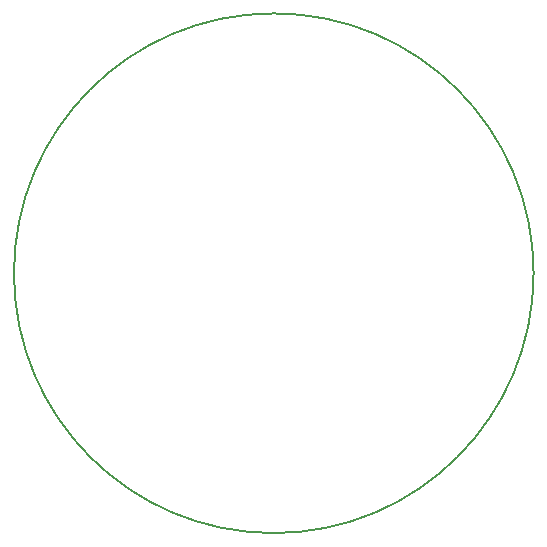
<source format=gbr>
%TF.GenerationSoftware,KiCad,Pcbnew,(6.0.4-0)*%
%TF.CreationDate,2022-06-29T22:03:18+02:00*%
%TF.ProjectId,GlowTower_LED_connector_PCB,476c6f77-546f-4776-9572-5f4c45445f63,rev?*%
%TF.SameCoordinates,Original*%
%TF.FileFunction,Profile,NP*%
%FSLAX46Y46*%
G04 Gerber Fmt 4.6, Leading zero omitted, Abs format (unit mm)*
G04 Created by KiCad (PCBNEW (6.0.4-0)) date 2022-06-29 22:03:18*
%MOMM*%
%LPD*%
G01*
G04 APERTURE LIST*
%TA.AperFunction,Profile*%
%ADD10C,0.150000*%
%TD*%
G04 APERTURE END LIST*
D10*
X123600000Y-72187810D02*
G75*
G03*
X123600000Y-72187810I-22000000J0D01*
G01*
M02*

</source>
